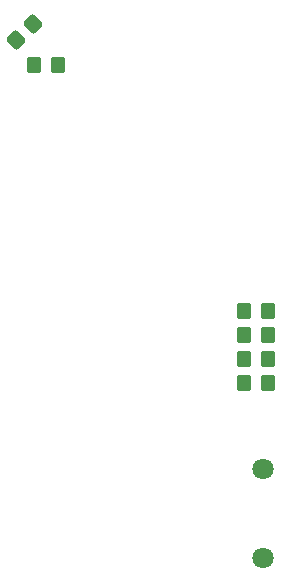
<source format=gbp>
G04 #@! TF.GenerationSoftware,KiCad,Pcbnew,7.0.8*
G04 #@! TF.CreationDate,2023-10-27T20:47:02+03:00*
G04 #@! TF.ProjectId,door-lock-pcb,646f6f72-2d6c-46f6-936b-2d7063622e6b,rev?*
G04 #@! TF.SameCoordinates,Original*
G04 #@! TF.FileFunction,Paste,Bot*
G04 #@! TF.FilePolarity,Positive*
%FSLAX46Y46*%
G04 Gerber Fmt 4.6, Leading zero omitted, Abs format (unit mm)*
G04 Created by KiCad (PCBNEW 7.0.8) date 2023-10-27 20:47:02*
%MOMM*%
%LPD*%
G01*
G04 APERTURE LIST*
G04 Aperture macros list*
%AMRoundRect*
0 Rectangle with rounded corners*
0 $1 Rounding radius*
0 $2 $3 $4 $5 $6 $7 $8 $9 X,Y pos of 4 corners*
0 Add a 4 corners polygon primitive as box body*
4,1,4,$2,$3,$4,$5,$6,$7,$8,$9,$2,$3,0*
0 Add four circle primitives for the rounded corners*
1,1,$1+$1,$2,$3*
1,1,$1+$1,$4,$5*
1,1,$1+$1,$6,$7*
1,1,$1+$1,$8,$9*
0 Add four rect primitives between the rounded corners*
20,1,$1+$1,$2,$3,$4,$5,0*
20,1,$1+$1,$4,$5,$6,$7,0*
20,1,$1+$1,$6,$7,$8,$9,0*
20,1,$1+$1,$8,$9,$2,$3,0*%
G04 Aperture macros list end*
%ADD10C,1.800000*%
%ADD11RoundRect,0.250000X0.350000X0.450000X-0.350000X0.450000X-0.350000X-0.450000X0.350000X-0.450000X0*%
%ADD12RoundRect,0.250000X-0.350000X-0.450000X0.350000X-0.450000X0.350000X0.450000X-0.350000X0.450000X0*%
%ADD13RoundRect,0.250000X-0.070711X0.565685X-0.565685X0.070711X0.070711X-0.565685X0.565685X-0.070711X0*%
G04 APERTURE END LIST*
D10*
X193929000Y-122672000D03*
X193929000Y-115072000D03*
D11*
X176514000Y-80899000D03*
X174514000Y-80899000D03*
D12*
X192310000Y-103759000D03*
X194310000Y-103759000D03*
X192310000Y-107823000D03*
X194310000Y-107823000D03*
D13*
X174443107Y-77397893D03*
X173028893Y-78812107D03*
D12*
X192310000Y-105791000D03*
X194310000Y-105791000D03*
X192310000Y-101727000D03*
X194310000Y-101727000D03*
M02*

</source>
